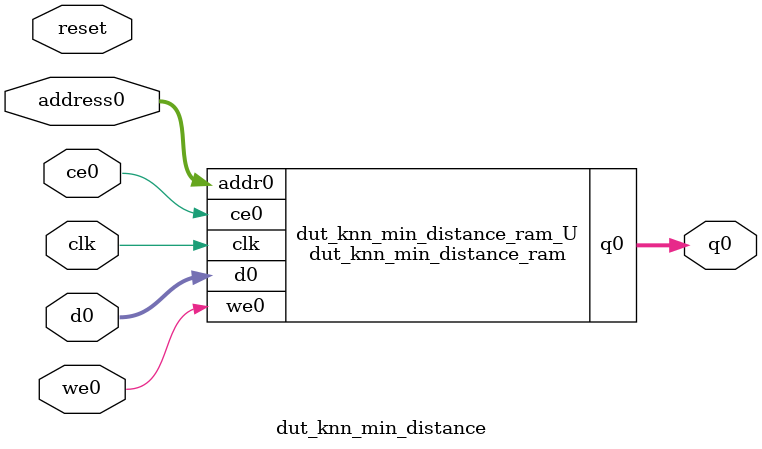
<source format=v>

`timescale 1 ns / 1 ps
module dut_knn_min_distance_ram (addr0, ce0, d0, we0, q0,  clk);

parameter DWIDTH = 32;
parameter AWIDTH = 5;
parameter MEM_SIZE = 20;

input[AWIDTH-1:0] addr0;
input ce0;
input[DWIDTH-1:0] d0;
input we0;
output reg[DWIDTH-1:0] q0;
input clk;

(* ram_style = "distributed" *)reg [DWIDTH-1:0] ram[MEM_SIZE-1:0];




always @(posedge clk)  
begin 
    if (ce0) 
    begin
        if (we0) 
        begin 
            ram[addr0] <= d0; 
            q0 <= d0;
        end 
        else 
            q0 <= ram[addr0];
    end
end


endmodule


`timescale 1 ns / 1 ps
module dut_knn_min_distance(
    reset,
    clk,
    address0,
    ce0,
    we0,
    d0,
    q0);

parameter DataWidth = 32'd32;
parameter AddressRange = 32'd20;
parameter AddressWidth = 32'd5;
input reset;
input clk;
input[AddressWidth - 1:0] address0;
input ce0;
input we0;
input[DataWidth - 1:0] d0;
output[DataWidth - 1:0] q0;



dut_knn_min_distance_ram dut_knn_min_distance_ram_U(
    .clk( clk ),
    .addr0( address0 ),
    .ce0( ce0 ),
    .d0( d0 ),
    .we0( we0 ),
    .q0( q0 ));

endmodule


</source>
